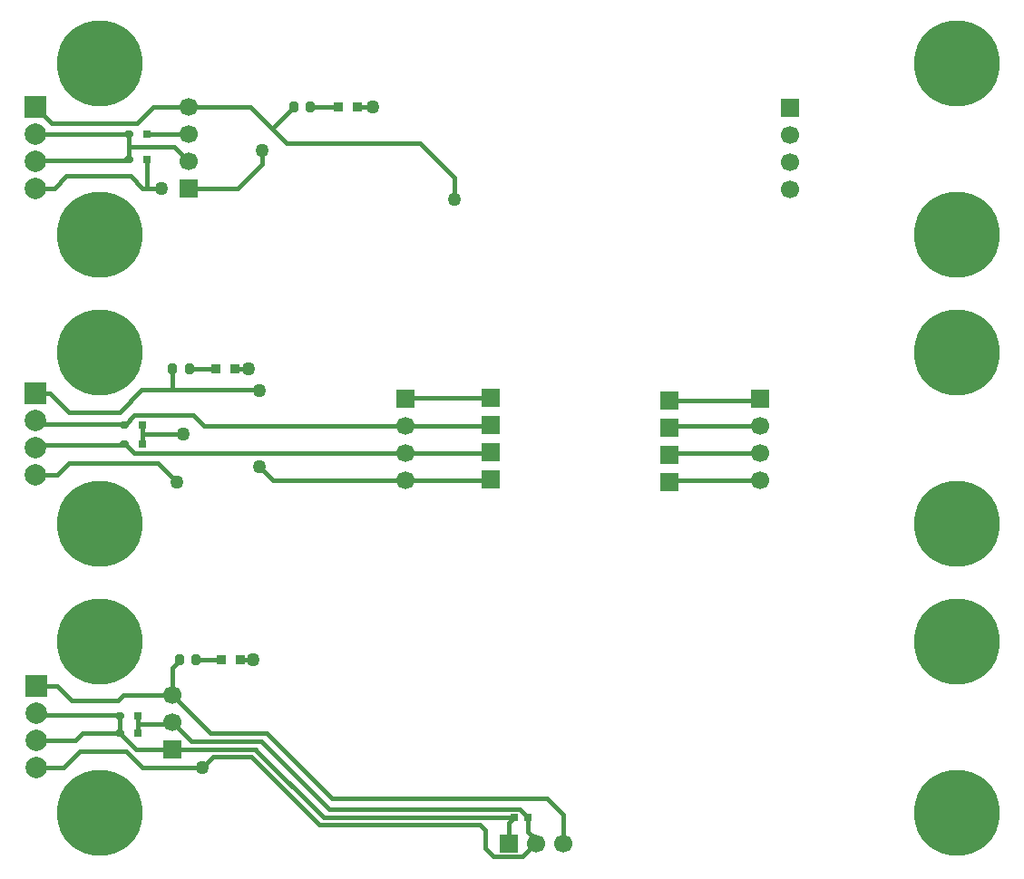
<source format=gtl>
G04*
G04 #@! TF.GenerationSoftware,Altium Limited,Altium Designer,21.0.3 (12)*
G04*
G04 Layer_Physical_Order=1*
G04 Layer_Color=255*
%FSLAX25Y25*%
%MOIN*%
G70*
G04*
G04 #@! TF.SameCoordinates,1AB0012E-6492-40AC-AB66-57420BB0589C*
G04*
G04*
G04 #@! TF.FilePolarity,Positive*
G04*
G01*
G75*
G04:AMPARAMS|DCode=16|XSize=31.5mil|YSize=27.56mil|CornerRadius=0mil|HoleSize=0mil|Usage=FLASHONLY|Rotation=180.000|XOffset=0mil|YOffset=0mil|HoleType=Round|Shape=Octagon|*
%AMOCTAGOND16*
4,1,8,-0.01575,0.00689,-0.01575,-0.00689,-0.00886,-0.01378,0.00886,-0.01378,0.01575,-0.00689,0.01575,0.00689,0.00886,0.01378,-0.00886,0.01378,-0.01575,0.00689,0.0*
%
%ADD16OCTAGOND16*%

%ADD17R,0.03150X0.02756*%
%ADD18R,0.03000X0.03000*%
%ADD19R,0.03200X0.03700*%
G04:AMPARAMS|DCode=20|XSize=37mil|YSize=32mil|CornerRadius=8mil|HoleSize=0mil|Usage=FLASHONLY|Rotation=270.000|XOffset=0mil|YOffset=0mil|HoleType=Round|Shape=RoundedRectangle|*
%AMROUNDEDRECTD20*
21,1,0.03700,0.01600,0,0,270.0*
21,1,0.02100,0.03200,0,0,270.0*
1,1,0.01600,-0.00800,-0.01050*
1,1,0.01600,-0.00800,0.01050*
1,1,0.01600,0.00800,0.01050*
1,1,0.01600,0.00800,-0.01050*
%
%ADD20ROUNDEDRECTD20*%
%ADD21R,0.06693X0.06693*%
%ADD33C,0.01500*%
%ADD34C,0.06693*%
%ADD35R,0.07874X0.07874*%
%ADD36C,0.07874*%
%ADD37R,0.06693X0.06693*%
%ADD38C,0.31496*%
%ADD39C,0.05000*%
D16*
X95807Y186000D02*
D03*
Y193000D02*
D03*
X97307Y290500D02*
D03*
Y300000D02*
D03*
X94153Y79500D02*
D03*
X94000Y86000D02*
D03*
D17*
X102500Y186000D02*
D03*
Y193000D02*
D03*
X104000Y290500D02*
D03*
Y300000D02*
D03*
X100847Y79500D02*
D03*
X100693Y86000D02*
D03*
D18*
X244118Y48500D02*
D03*
X239000D02*
D03*
D19*
X131500Y106500D02*
D03*
X138500D02*
D03*
X129500Y213500D02*
D03*
X136500D02*
D03*
X174500Y310000D02*
D03*
X181500D02*
D03*
D20*
X116000Y106500D02*
D03*
X122213D02*
D03*
X113500Y213500D02*
D03*
X119713D02*
D03*
X158000Y310000D02*
D03*
X164213D02*
D03*
D21*
X296000Y172000D02*
D03*
Y182000D02*
D03*
Y192000D02*
D03*
Y202000D02*
D03*
X230500Y183000D02*
D03*
Y173000D02*
D03*
Y193000D02*
D03*
Y203000D02*
D03*
X340500Y309500D02*
D03*
X199000Y202500D02*
D03*
X329500Y202500D02*
D03*
X119500Y280000D02*
D03*
X113500Y73500D02*
D03*
D33*
Y93500D02*
X127500Y79500D01*
X148000D02*
X172000Y55500D01*
X127500Y79500D02*
X148000D01*
X172000Y55500D02*
X251000D01*
X99504Y196500D02*
X121000D01*
X125000Y192500D02*
X199000D01*
X121000Y196500D02*
X125000Y192500D01*
X199000D02*
X230000D01*
X142000Y310000D02*
X150000Y302000D01*
X157154Y308931D02*
X158000Y309777D01*
X150000Y302000D02*
X156931Y308931D01*
X150000Y302000D02*
X150000D01*
X150000D02*
X155500Y296500D01*
X158000Y309777D02*
Y310000D01*
X156931Y308931D02*
X157154D01*
X119500Y310000D02*
X142000D01*
X155500Y296500D02*
X204500D01*
X231500Y34350D02*
X242000D01*
X228500Y37350D02*
X231500Y34350D01*
X242000D02*
X246650Y39000D01*
X113500Y205750D02*
X145250D01*
X102250D02*
X113500D01*
Y206000D02*
Y213500D01*
X113250Y205750D02*
X113500Y206000D01*
X94000Y197500D02*
X102250Y205750D01*
X145250D02*
X145500Y205500D01*
Y177500D02*
X150500Y172500D01*
X199000D01*
X138500Y106500D02*
X143000D01*
X181500Y310000D02*
X187000D01*
X136500Y213500D02*
X141500D01*
X100770Y82750D02*
Y85923D01*
Y79577D02*
Y82750D01*
X112750D02*
X113500Y83500D01*
X100770Y82750D02*
X112750D01*
X100693Y86000D02*
X100770Y85923D01*
Y79577D02*
X100847Y79500D01*
X104000Y300000D02*
X119500D01*
X104000Y280000D02*
X109500D01*
X102500D02*
X104000D01*
Y290500D01*
X102500Y189500D02*
Y193000D01*
Y186000D02*
Y189500D01*
X117500D01*
X63000Y194500D02*
X64122Y193378D01*
X95429D01*
X95807Y193000D01*
X96004D01*
X99504Y196500D01*
X96500Y73000D02*
X102500Y67000D01*
X79500Y73000D02*
X96500D01*
X102500Y67000D02*
X124500D01*
X73300Y66800D02*
X79500Y73000D01*
X94153Y79500D02*
X100154Y73500D01*
X113500D01*
X94153Y79500D02*
Y79500D01*
X124500Y67000D02*
X128500Y71000D01*
X142500D01*
X75500Y179000D02*
X108000D01*
X115000Y172000D01*
X142500Y71000D02*
X167500Y46000D01*
X226500D01*
X171000Y51500D02*
X241118D01*
X146000Y76500D02*
X171000Y51500D01*
X120500Y76500D02*
X146000D01*
X113500Y83500D02*
X120500Y76500D01*
X228500Y37350D02*
Y44000D01*
X226500Y46000D02*
X228500Y44000D01*
X246650Y39000D02*
X247000D01*
Y40405D01*
X244118Y43287D02*
Y48500D01*
Y43287D02*
X247000Y40405D01*
X237000Y39000D02*
Y46500D01*
X239000Y48500D01*
X169000D02*
X239000D01*
X144499Y73001D02*
X144499D01*
X169000Y48500D01*
X144000Y73500D02*
X144499Y73001D01*
X113500Y73500D02*
X144000D01*
X241118Y51500D02*
X244118Y48500D01*
X257000Y39000D02*
Y49500D01*
X251000Y55500D02*
X257000Y49500D01*
X122213Y106500D02*
X131500D01*
X113500Y103723D02*
X116000Y106223D01*
Y106500D01*
X113500Y93500D02*
Y103723D01*
X63400Y66800D02*
X73300D01*
X93297Y91500D02*
X95297Y93500D01*
X113500D01*
X76500Y91500D02*
X93297D01*
X71200Y96800D02*
X76500Y91500D01*
X63400Y96800D02*
X71200D01*
X94000Y86000D02*
X94077Y85923D01*
Y79577D02*
X94153Y79500D01*
X94077Y79577D02*
Y85923D01*
X77877Y76800D02*
X80577Y79500D01*
X94153D01*
X63400Y76800D02*
X77877D01*
X63400Y86800D02*
X63822Y86378D01*
X93622D01*
X94000Y86000D01*
X75500Y197500D02*
X94000D01*
X199000Y182500D02*
X199000Y182500D01*
X99504Y182500D02*
X199000D01*
X96004Y186000D02*
X99504Y182500D01*
X95807Y186000D02*
X96004D01*
X296500Y172500D02*
X329500D01*
X296000Y172000D02*
X296500Y172500D01*
X296000Y182000D02*
X296500Y182500D01*
X329500D01*
X296500Y192500D02*
X329500D01*
X296000Y192000D02*
X296500Y192500D01*
X329000Y202000D02*
X329500Y202500D01*
X296000Y202000D02*
X329000D01*
X230000Y172500D02*
X230500Y173000D01*
X199000Y172500D02*
X230000D01*
X199500Y203000D02*
X230500D01*
X199000Y202500D02*
X199500Y203000D01*
X199000Y182500D02*
X230000D01*
X230500Y183000D01*
X230000Y192500D02*
X230500Y193000D01*
X119713Y213500D02*
X129500D01*
X63000Y174500D02*
X71000D01*
X75500Y179000D01*
X68500Y204500D02*
X75500Y197500D01*
X63000Y204500D02*
X68500D01*
X64122Y185622D02*
X95429D01*
X63000Y184500D02*
X64122Y185622D01*
X95429D02*
X95807Y186000D01*
X137500Y280000D02*
X146500Y289000D01*
X119500Y280000D02*
X137500D01*
X146500Y289000D02*
Y293750D01*
X204500Y296500D02*
X217000Y284000D01*
Y276000D02*
Y284000D01*
X164213Y310000D02*
X174500D01*
X98000Y284500D02*
X102500Y280000D01*
X70000Y280000D02*
X74500Y284500D01*
X98000D01*
X63000Y280000D02*
X70000D01*
X106500Y310000D02*
X119500D01*
X100500Y304000D02*
X106500Y310000D01*
X69000Y304000D02*
X100500D01*
X63000Y310000D02*
X69000Y304000D01*
X97307Y295250D02*
X114250D01*
X119500Y290000D01*
X97307Y295250D02*
Y300000D01*
Y290500D02*
Y295250D01*
X63000Y300000D02*
X97307D01*
X63000Y290000D02*
X63250Y290250D01*
X97057D01*
X97307Y290500D01*
D34*
X340500Y299500D02*
D03*
Y289500D02*
D03*
Y279500D02*
D03*
X199000Y192500D02*
D03*
Y182500D02*
D03*
Y172500D02*
D03*
X329500Y192500D02*
D03*
Y182500D02*
D03*
Y172500D02*
D03*
X247000Y39000D02*
D03*
X257000D02*
D03*
X119500Y290000D02*
D03*
Y300000D02*
D03*
Y310000D02*
D03*
X113500Y83500D02*
D03*
Y93500D02*
D03*
D35*
X63000Y310000D02*
D03*
Y204500D02*
D03*
X63400Y96800D02*
D03*
D36*
X63000Y300000D02*
D03*
Y290000D02*
D03*
Y280000D02*
D03*
Y194500D02*
D03*
Y184500D02*
D03*
Y174500D02*
D03*
X63400Y86800D02*
D03*
Y76800D02*
D03*
Y66800D02*
D03*
D37*
X237000Y39000D02*
D03*
D38*
X86907Y325907D02*
D03*
Y262915D02*
D03*
X401868D02*
D03*
Y325907D02*
D03*
Y219608D02*
D03*
Y156616D02*
D03*
X86907D02*
D03*
Y219608D02*
D03*
Y113309D02*
D03*
Y50317D02*
D03*
X401868D02*
D03*
Y113309D02*
D03*
D39*
X145500Y205500D02*
D03*
Y177500D02*
D03*
X143000Y106500D02*
D03*
X115000Y172000D02*
D03*
X187000Y310000D02*
D03*
X141500Y213500D02*
D03*
X117500Y189500D02*
D03*
X124500Y67000D02*
D03*
X146500Y293750D02*
D03*
X217000Y276000D02*
D03*
X109500Y280000D02*
D03*
M02*

</source>
